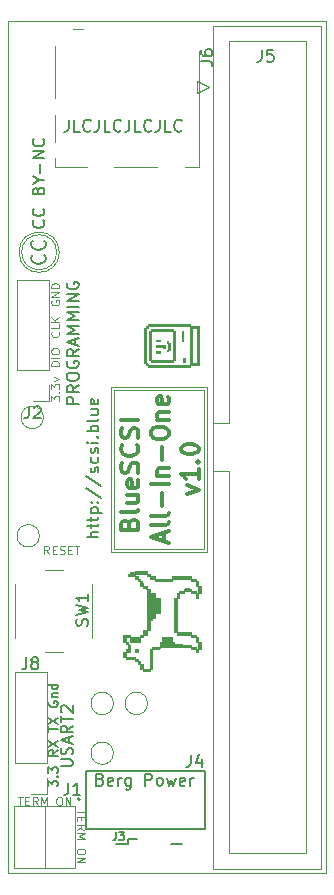
<source format=gbr>
%TF.GenerationSoftware,KiCad,Pcbnew,(5.1.9-16-g1737927814)-1*%
%TF.CreationDate,2021-07-07T15:11:54-05:00*%
%TF.ProjectId,bluepill_scsi,626c7565-7069-46c6-9c5f-736373692e6b,rev?*%
%TF.SameCoordinates,Original*%
%TF.FileFunction,Legend,Top*%
%TF.FilePolarity,Positive*%
%FSLAX46Y46*%
G04 Gerber Fmt 4.6, Leading zero omitted, Abs format (unit mm)*
G04 Created by KiCad (PCBNEW (5.1.9-16-g1737927814)-1) date 2021-07-07 15:11:54*
%MOMM*%
%LPD*%
G01*
G04 APERTURE LIST*
%ADD10C,0.150000*%
%ADD11C,0.100000*%
%ADD12C,0.120000*%
%ADD13C,0.200000*%
%TA.AperFunction,Profile*%
%ADD14C,0.050000*%
%TD*%
%ADD15C,0.300000*%
%ADD16C,0.010000*%
%ADD17C,0.127000*%
G04 APERTURE END LIST*
D10*
X91773952Y-84669380D02*
X91773952Y-85383666D01*
X91726333Y-85526523D01*
X91631095Y-85621761D01*
X91488238Y-85669380D01*
X91393000Y-85669380D01*
X92726333Y-85669380D02*
X92250142Y-85669380D01*
X92250142Y-84669380D01*
X93631095Y-85574142D02*
X93583476Y-85621761D01*
X93440619Y-85669380D01*
X93345380Y-85669380D01*
X93202523Y-85621761D01*
X93107285Y-85526523D01*
X93059666Y-85431285D01*
X93012047Y-85240809D01*
X93012047Y-85097952D01*
X93059666Y-84907476D01*
X93107285Y-84812238D01*
X93202523Y-84717000D01*
X93345380Y-84669380D01*
X93440619Y-84669380D01*
X93583476Y-84717000D01*
X93631095Y-84764619D01*
X94345380Y-84669380D02*
X94345380Y-85383666D01*
X94297761Y-85526523D01*
X94202523Y-85621761D01*
X94059666Y-85669380D01*
X93964428Y-85669380D01*
X95297761Y-85669380D02*
X94821571Y-85669380D01*
X94821571Y-84669380D01*
X96202523Y-85574142D02*
X96154904Y-85621761D01*
X96012047Y-85669380D01*
X95916809Y-85669380D01*
X95773952Y-85621761D01*
X95678714Y-85526523D01*
X95631095Y-85431285D01*
X95583476Y-85240809D01*
X95583476Y-85097952D01*
X95631095Y-84907476D01*
X95678714Y-84812238D01*
X95773952Y-84717000D01*
X95916809Y-84669380D01*
X96012047Y-84669380D01*
X96154904Y-84717000D01*
X96202523Y-84764619D01*
X96916809Y-84669380D02*
X96916809Y-85383666D01*
X96869190Y-85526523D01*
X96773952Y-85621761D01*
X96631095Y-85669380D01*
X96535857Y-85669380D01*
X97869190Y-85669380D02*
X97393000Y-85669380D01*
X97393000Y-84669380D01*
X98773952Y-85574142D02*
X98726333Y-85621761D01*
X98583476Y-85669380D01*
X98488238Y-85669380D01*
X98345380Y-85621761D01*
X98250142Y-85526523D01*
X98202523Y-85431285D01*
X98154904Y-85240809D01*
X98154904Y-85097952D01*
X98202523Y-84907476D01*
X98250142Y-84812238D01*
X98345380Y-84717000D01*
X98488238Y-84669380D01*
X98583476Y-84669380D01*
X98726333Y-84717000D01*
X98773952Y-84764619D01*
X99488238Y-84669380D02*
X99488238Y-85383666D01*
X99440619Y-85526523D01*
X99345380Y-85621761D01*
X99202523Y-85669380D01*
X99107285Y-85669380D01*
X100440619Y-85669380D02*
X99964428Y-85669380D01*
X99964428Y-84669380D01*
X101345380Y-85574142D02*
X101297761Y-85621761D01*
X101154904Y-85669380D01*
X101059666Y-85669380D01*
X100916809Y-85621761D01*
X100821571Y-85526523D01*
X100773952Y-85431285D01*
X100726333Y-85240809D01*
X100726333Y-85097952D01*
X100773952Y-84907476D01*
X100821571Y-84812238D01*
X100916809Y-84717000D01*
X101059666Y-84669380D01*
X101154904Y-84669380D01*
X101297761Y-84717000D01*
X101345380Y-84764619D01*
X94456714Y-140517571D02*
X94599571Y-140565190D01*
X94647190Y-140612809D01*
X94694809Y-140708047D01*
X94694809Y-140850904D01*
X94647190Y-140946142D01*
X94599571Y-140993761D01*
X94504333Y-141041380D01*
X94123380Y-141041380D01*
X94123380Y-140041380D01*
X94456714Y-140041380D01*
X94551952Y-140089000D01*
X94599571Y-140136619D01*
X94647190Y-140231857D01*
X94647190Y-140327095D01*
X94599571Y-140422333D01*
X94551952Y-140469952D01*
X94456714Y-140517571D01*
X94123380Y-140517571D01*
X95504333Y-140993761D02*
X95409095Y-141041380D01*
X95218619Y-141041380D01*
X95123380Y-140993761D01*
X95075761Y-140898523D01*
X95075761Y-140517571D01*
X95123380Y-140422333D01*
X95218619Y-140374714D01*
X95409095Y-140374714D01*
X95504333Y-140422333D01*
X95551952Y-140517571D01*
X95551952Y-140612809D01*
X95075761Y-140708047D01*
X95980523Y-141041380D02*
X95980523Y-140374714D01*
X95980523Y-140565190D02*
X96028142Y-140469952D01*
X96075761Y-140422333D01*
X96171000Y-140374714D01*
X96266238Y-140374714D01*
X97028142Y-140374714D02*
X97028142Y-141184238D01*
X96980523Y-141279476D01*
X96932904Y-141327095D01*
X96837666Y-141374714D01*
X96694809Y-141374714D01*
X96599571Y-141327095D01*
X97028142Y-140993761D02*
X96932904Y-141041380D01*
X96742428Y-141041380D01*
X96647190Y-140993761D01*
X96599571Y-140946142D01*
X96551952Y-140850904D01*
X96551952Y-140565190D01*
X96599571Y-140469952D01*
X96647190Y-140422333D01*
X96742428Y-140374714D01*
X96932904Y-140374714D01*
X97028142Y-140422333D01*
X98266238Y-141041380D02*
X98266238Y-140041380D01*
X98647190Y-140041380D01*
X98742428Y-140089000D01*
X98790047Y-140136619D01*
X98837666Y-140231857D01*
X98837666Y-140374714D01*
X98790047Y-140469952D01*
X98742428Y-140517571D01*
X98647190Y-140565190D01*
X98266238Y-140565190D01*
X99409095Y-141041380D02*
X99313857Y-140993761D01*
X99266238Y-140946142D01*
X99218619Y-140850904D01*
X99218619Y-140565190D01*
X99266238Y-140469952D01*
X99313857Y-140422333D01*
X99409095Y-140374714D01*
X99551952Y-140374714D01*
X99647190Y-140422333D01*
X99694809Y-140469952D01*
X99742428Y-140565190D01*
X99742428Y-140850904D01*
X99694809Y-140946142D01*
X99647190Y-140993761D01*
X99551952Y-141041380D01*
X99409095Y-141041380D01*
X100075761Y-140374714D02*
X100266238Y-141041380D01*
X100456714Y-140565190D01*
X100647190Y-141041380D01*
X100837666Y-140374714D01*
X101599571Y-140993761D02*
X101504333Y-141041380D01*
X101313857Y-141041380D01*
X101218619Y-140993761D01*
X101171000Y-140898523D01*
X101171000Y-140517571D01*
X101218619Y-140422333D01*
X101313857Y-140374714D01*
X101504333Y-140374714D01*
X101599571Y-140422333D01*
X101647190Y-140517571D01*
X101647190Y-140612809D01*
X101171000Y-140708047D01*
X102075761Y-141041380D02*
X102075761Y-140374714D01*
X102075761Y-140565190D02*
X102123380Y-140469952D01*
X102171000Y-140422333D01*
X102266238Y-140374714D01*
X102361476Y-140374714D01*
D11*
X87481693Y-142014146D02*
X87881693Y-142014146D01*
X87681693Y-142714146D02*
X87681693Y-142014146D01*
X88115026Y-142347480D02*
X88348360Y-142347480D01*
X88448360Y-142714146D02*
X88115026Y-142714146D01*
X88115026Y-142014146D01*
X88448360Y-142014146D01*
X89148360Y-142714146D02*
X88915026Y-142380813D01*
X88748360Y-142714146D02*
X88748360Y-142014146D01*
X89015026Y-142014146D01*
X89081693Y-142047480D01*
X89115026Y-142080813D01*
X89148360Y-142147480D01*
X89148360Y-142247480D01*
X89115026Y-142314146D01*
X89081693Y-142347480D01*
X89015026Y-142380813D01*
X88748360Y-142380813D01*
X89448360Y-142714146D02*
X89448360Y-142014146D01*
X89681693Y-142514146D01*
X89915026Y-142014146D01*
X89915026Y-142714146D01*
X90915026Y-142014146D02*
X91048360Y-142014146D01*
X91115026Y-142047480D01*
X91181693Y-142114146D01*
X91215026Y-142247480D01*
X91215026Y-142480813D01*
X91181693Y-142614146D01*
X91115026Y-142680813D01*
X91048360Y-142714146D01*
X90915026Y-142714146D01*
X90848360Y-142680813D01*
X90781693Y-142614146D01*
X90748360Y-142480813D01*
X90748360Y-142247480D01*
X90781693Y-142114146D01*
X90848360Y-142047480D01*
X90915026Y-142014146D01*
X91515026Y-142714146D02*
X91515026Y-142014146D01*
X91915026Y-142714146D01*
X91915026Y-142014146D01*
D10*
X92618820Y-108700247D02*
X91618820Y-108700247D01*
X91618820Y-108319295D01*
X91666440Y-108224057D01*
X91714059Y-108176438D01*
X91809297Y-108128819D01*
X91952154Y-108128819D01*
X92047392Y-108176438D01*
X92095011Y-108224057D01*
X92142630Y-108319295D01*
X92142630Y-108700247D01*
X92618820Y-107128819D02*
X92142630Y-107462152D01*
X92618820Y-107700247D02*
X91618820Y-107700247D01*
X91618820Y-107319295D01*
X91666440Y-107224057D01*
X91714059Y-107176438D01*
X91809297Y-107128819D01*
X91952154Y-107128819D01*
X92047392Y-107176438D01*
X92095011Y-107224057D01*
X92142630Y-107319295D01*
X92142630Y-107700247D01*
X91618820Y-106509771D02*
X91618820Y-106319295D01*
X91666440Y-106224057D01*
X91761678Y-106128819D01*
X91952154Y-106081200D01*
X92285487Y-106081200D01*
X92475963Y-106128819D01*
X92571201Y-106224057D01*
X92618820Y-106319295D01*
X92618820Y-106509771D01*
X92571201Y-106605009D01*
X92475963Y-106700247D01*
X92285487Y-106747866D01*
X91952154Y-106747866D01*
X91761678Y-106700247D01*
X91666440Y-106605009D01*
X91618820Y-106509771D01*
X91666440Y-105128819D02*
X91618820Y-105224057D01*
X91618820Y-105366914D01*
X91666440Y-105509771D01*
X91761678Y-105605009D01*
X91856916Y-105652628D01*
X92047392Y-105700247D01*
X92190249Y-105700247D01*
X92380725Y-105652628D01*
X92475963Y-105605009D01*
X92571201Y-105509771D01*
X92618820Y-105366914D01*
X92618820Y-105271676D01*
X92571201Y-105128819D01*
X92523582Y-105081200D01*
X92190249Y-105081200D01*
X92190249Y-105271676D01*
X92618820Y-104081200D02*
X92142630Y-104414533D01*
X92618820Y-104652628D02*
X91618820Y-104652628D01*
X91618820Y-104271676D01*
X91666440Y-104176438D01*
X91714059Y-104128819D01*
X91809297Y-104081200D01*
X91952154Y-104081200D01*
X92047392Y-104128819D01*
X92095011Y-104176438D01*
X92142630Y-104271676D01*
X92142630Y-104652628D01*
X92333106Y-103700247D02*
X92333106Y-103224057D01*
X92618820Y-103795485D02*
X91618820Y-103462152D01*
X92618820Y-103128819D01*
X92618820Y-102795485D02*
X91618820Y-102795485D01*
X92333106Y-102462152D01*
X91618820Y-102128819D01*
X92618820Y-102128819D01*
X92618820Y-101652628D02*
X91618820Y-101652628D01*
X92333106Y-101319295D01*
X91618820Y-100985961D01*
X92618820Y-100985961D01*
X92618820Y-100509771D02*
X91618820Y-100509771D01*
X92618820Y-100033580D02*
X91618820Y-100033580D01*
X92618820Y-99462152D01*
X91618820Y-99462152D01*
X91666440Y-98462152D02*
X91618820Y-98557390D01*
X91618820Y-98700247D01*
X91666440Y-98843104D01*
X91761678Y-98938342D01*
X91856916Y-98985961D01*
X92047392Y-99033580D01*
X92190249Y-99033580D01*
X92380725Y-98985961D01*
X92475963Y-98938342D01*
X92571201Y-98843104D01*
X92618820Y-98700247D01*
X92618820Y-98605009D01*
X92571201Y-98462152D01*
X92523582Y-98414533D01*
X92190249Y-98414533D01*
X92190249Y-98605009D01*
X89638142Y-93185857D02*
X89685761Y-93233476D01*
X89733380Y-93376333D01*
X89733380Y-93471571D01*
X89685761Y-93614428D01*
X89590523Y-93709666D01*
X89495285Y-93757285D01*
X89304809Y-93804904D01*
X89161952Y-93804904D01*
X88971476Y-93757285D01*
X88876238Y-93709666D01*
X88781000Y-93614428D01*
X88733380Y-93471571D01*
X88733380Y-93376333D01*
X88781000Y-93233476D01*
X88828619Y-93185857D01*
X89638142Y-92185857D02*
X89685761Y-92233476D01*
X89733380Y-92376333D01*
X89733380Y-92471571D01*
X89685761Y-92614428D01*
X89590523Y-92709666D01*
X89495285Y-92757285D01*
X89304809Y-92804904D01*
X89161952Y-92804904D01*
X88971476Y-92757285D01*
X88876238Y-92709666D01*
X88781000Y-92614428D01*
X88733380Y-92471571D01*
X88733380Y-92376333D01*
X88781000Y-92233476D01*
X88828619Y-92185857D01*
X89209571Y-90662047D02*
X89257190Y-90519190D01*
X89304809Y-90471571D01*
X89400047Y-90423952D01*
X89542904Y-90423952D01*
X89638142Y-90471571D01*
X89685761Y-90519190D01*
X89733380Y-90614428D01*
X89733380Y-90995380D01*
X88733380Y-90995380D01*
X88733380Y-90662047D01*
X88781000Y-90566809D01*
X88828619Y-90519190D01*
X88923857Y-90471571D01*
X89019095Y-90471571D01*
X89114333Y-90519190D01*
X89161952Y-90566809D01*
X89209571Y-90662047D01*
X89209571Y-90995380D01*
X89257190Y-89804904D02*
X89733380Y-89804904D01*
X88733380Y-90138238D02*
X89257190Y-89804904D01*
X88733380Y-89471571D01*
X89352428Y-89138238D02*
X89352428Y-88376333D01*
X89733380Y-87900142D02*
X88733380Y-87900142D01*
X89733380Y-87328714D01*
X88733380Y-87328714D01*
X89638142Y-86281095D02*
X89685761Y-86328714D01*
X89733380Y-86471571D01*
X89733380Y-86566809D01*
X89685761Y-86709666D01*
X89590523Y-86804904D01*
X89495285Y-86852523D01*
X89304809Y-86900142D01*
X89161952Y-86900142D01*
X88971476Y-86852523D01*
X88876238Y-86804904D01*
X88781000Y-86709666D01*
X88733380Y-86566809D01*
X88733380Y-86471571D01*
X88781000Y-86328714D01*
X88828619Y-86281095D01*
D12*
X90984884Y-95885000D02*
G75*
G03*
X90984884Y-95885000I-1703884J0D01*
G01*
X90762062Y-95885000D02*
G75*
G03*
X90762062Y-95885000I-1481062J0D01*
G01*
D13*
X89709571Y-96113571D02*
X89766714Y-96170714D01*
X89823857Y-96342142D01*
X89823857Y-96456428D01*
X89766714Y-96627857D01*
X89652428Y-96742142D01*
X89538142Y-96799285D01*
X89309571Y-96856428D01*
X89138142Y-96856428D01*
X88909571Y-96799285D01*
X88795285Y-96742142D01*
X88681000Y-96627857D01*
X88623857Y-96456428D01*
X88623857Y-96342142D01*
X88681000Y-96170714D01*
X88738142Y-96113571D01*
X89709571Y-94913571D02*
X89766714Y-94970714D01*
X89823857Y-95142142D01*
X89823857Y-95256428D01*
X89766714Y-95427857D01*
X89652428Y-95542142D01*
X89538142Y-95599285D01*
X89309571Y-95656428D01*
X89138142Y-95656428D01*
X88909571Y-95599285D01*
X88795285Y-95542142D01*
X88681000Y-95427857D01*
X88623857Y-95256428D01*
X88623857Y-95142142D01*
X88681000Y-94970714D01*
X88738142Y-94913571D01*
D10*
X94305380Y-120006333D02*
X93305380Y-120006333D01*
X94305380Y-119577761D02*
X93781571Y-119577761D01*
X93686333Y-119625380D01*
X93638714Y-119720619D01*
X93638714Y-119863476D01*
X93686333Y-119958714D01*
X93733952Y-120006333D01*
X93638714Y-119244428D02*
X93638714Y-118863476D01*
X93305380Y-119101571D02*
X94162523Y-119101571D01*
X94257761Y-119053952D01*
X94305380Y-118958714D01*
X94305380Y-118863476D01*
X93638714Y-118673000D02*
X93638714Y-118292047D01*
X93305380Y-118530142D02*
X94162523Y-118530142D01*
X94257761Y-118482523D01*
X94305380Y-118387285D01*
X94305380Y-118292047D01*
X93638714Y-117958714D02*
X94638714Y-117958714D01*
X93686333Y-117958714D02*
X93638714Y-117863476D01*
X93638714Y-117673000D01*
X93686333Y-117577761D01*
X93733952Y-117530142D01*
X93829190Y-117482523D01*
X94114904Y-117482523D01*
X94210142Y-117530142D01*
X94257761Y-117577761D01*
X94305380Y-117673000D01*
X94305380Y-117863476D01*
X94257761Y-117958714D01*
X94210142Y-117053952D02*
X94257761Y-117006333D01*
X94305380Y-117053952D01*
X94257761Y-117101571D01*
X94210142Y-117053952D01*
X94305380Y-117053952D01*
X93686333Y-117053952D02*
X93733952Y-117006333D01*
X93781571Y-117053952D01*
X93733952Y-117101571D01*
X93686333Y-117053952D01*
X93781571Y-117053952D01*
X93257761Y-115863476D02*
X94543476Y-116720619D01*
X93257761Y-114815857D02*
X94543476Y-115673000D01*
X94257761Y-114530142D02*
X94305380Y-114434904D01*
X94305380Y-114244428D01*
X94257761Y-114149190D01*
X94162523Y-114101571D01*
X94114904Y-114101571D01*
X94019666Y-114149190D01*
X93972047Y-114244428D01*
X93972047Y-114387285D01*
X93924428Y-114482523D01*
X93829190Y-114530142D01*
X93781571Y-114530142D01*
X93686333Y-114482523D01*
X93638714Y-114387285D01*
X93638714Y-114244428D01*
X93686333Y-114149190D01*
X94257761Y-113244428D02*
X94305380Y-113339666D01*
X94305380Y-113530142D01*
X94257761Y-113625380D01*
X94210142Y-113673000D01*
X94114904Y-113720619D01*
X93829190Y-113720619D01*
X93733952Y-113673000D01*
X93686333Y-113625380D01*
X93638714Y-113530142D01*
X93638714Y-113339666D01*
X93686333Y-113244428D01*
X94257761Y-112863476D02*
X94305380Y-112768238D01*
X94305380Y-112577761D01*
X94257761Y-112482523D01*
X94162523Y-112434904D01*
X94114904Y-112434904D01*
X94019666Y-112482523D01*
X93972047Y-112577761D01*
X93972047Y-112720619D01*
X93924428Y-112815857D01*
X93829190Y-112863476D01*
X93781571Y-112863476D01*
X93686333Y-112815857D01*
X93638714Y-112720619D01*
X93638714Y-112577761D01*
X93686333Y-112482523D01*
X94305380Y-112006333D02*
X93638714Y-112006333D01*
X93305380Y-112006333D02*
X93353000Y-112053952D01*
X93400619Y-112006333D01*
X93353000Y-111958714D01*
X93305380Y-112006333D01*
X93400619Y-112006333D01*
X94210142Y-111530142D02*
X94257761Y-111482523D01*
X94305380Y-111530142D01*
X94257761Y-111577761D01*
X94210142Y-111530142D01*
X94305380Y-111530142D01*
X94305380Y-111053952D02*
X93305380Y-111053952D01*
X93686333Y-111053952D02*
X93638714Y-110958714D01*
X93638714Y-110768238D01*
X93686333Y-110673000D01*
X93733952Y-110625380D01*
X93829190Y-110577761D01*
X94114904Y-110577761D01*
X94210142Y-110625380D01*
X94257761Y-110673000D01*
X94305380Y-110768238D01*
X94305380Y-110958714D01*
X94257761Y-111053952D01*
X94305380Y-110006333D02*
X94257761Y-110101571D01*
X94162523Y-110149190D01*
X93305380Y-110149190D01*
X93638714Y-109196809D02*
X94305380Y-109196809D01*
X93638714Y-109625380D02*
X94162523Y-109625380D01*
X94257761Y-109577761D01*
X94305380Y-109482523D01*
X94305380Y-109339666D01*
X94257761Y-109244428D01*
X94210142Y-109196809D01*
X94257761Y-108339666D02*
X94305380Y-108434904D01*
X94305380Y-108625380D01*
X94257761Y-108720619D01*
X94162523Y-108768238D01*
X93781571Y-108768238D01*
X93686333Y-108720619D01*
X93638714Y-108625380D01*
X93638714Y-108434904D01*
X93686333Y-108339666D01*
X93781571Y-108292047D01*
X93876809Y-108292047D01*
X93972047Y-108768238D01*
D12*
X95377000Y-107315000D02*
X95631000Y-107315000D01*
X95377000Y-121285000D02*
X95377000Y-107315000D01*
X103505000Y-121285000D02*
X95377000Y-121285000D01*
X103505000Y-107315000D02*
X103505000Y-121285000D01*
X95631000Y-107315000D02*
X103505000Y-107315000D01*
X95631000Y-121031000D02*
X95631000Y-107569000D01*
X103251000Y-121031000D02*
X95631000Y-121031000D01*
X103251000Y-107569000D02*
X103251000Y-121031000D01*
X95631000Y-107569000D02*
X103251000Y-107569000D01*
D11*
X93189853Y-143107693D02*
X93189853Y-143507693D01*
X92489853Y-143307693D02*
X93189853Y-143307693D01*
X92856520Y-143741026D02*
X92856520Y-143974360D01*
X92489853Y-144074360D02*
X92489853Y-143741026D01*
X93189853Y-143741026D01*
X93189853Y-144074360D01*
X92489853Y-144774360D02*
X92823186Y-144541026D01*
X92489853Y-144374360D02*
X93189853Y-144374360D01*
X93189853Y-144641026D01*
X93156520Y-144707693D01*
X93123186Y-144741026D01*
X93056520Y-144774360D01*
X92956520Y-144774360D01*
X92889853Y-144741026D01*
X92856520Y-144707693D01*
X92823186Y-144641026D01*
X92823186Y-144374360D01*
X92489853Y-145074360D02*
X93189853Y-145074360D01*
X92689853Y-145307693D01*
X93189853Y-145541026D01*
X92489853Y-145541026D01*
X93189853Y-146541026D02*
X93189853Y-146674360D01*
X93156520Y-146741026D01*
X93089853Y-146807693D01*
X92956520Y-146841026D01*
X92723186Y-146841026D01*
X92589853Y-146807693D01*
X92523186Y-146741026D01*
X92489853Y-146674360D01*
X92489853Y-146541026D01*
X92523186Y-146474360D01*
X92589853Y-146407693D01*
X92723186Y-146374360D01*
X92956520Y-146374360D01*
X93089853Y-146407693D01*
X93156520Y-146474360D01*
X93189853Y-146541026D01*
X92489853Y-147141026D02*
X93189853Y-147141026D01*
X92489853Y-147541026D01*
X93189853Y-147541026D01*
X90128693Y-121434026D02*
X89895360Y-121100693D01*
X89728693Y-121434026D02*
X89728693Y-120734026D01*
X89995360Y-120734026D01*
X90062026Y-120767360D01*
X90095360Y-120800693D01*
X90128693Y-120867360D01*
X90128693Y-120967360D01*
X90095360Y-121034026D01*
X90062026Y-121067360D01*
X89995360Y-121100693D01*
X89728693Y-121100693D01*
X90428693Y-121067360D02*
X90662026Y-121067360D01*
X90762026Y-121434026D02*
X90428693Y-121434026D01*
X90428693Y-120734026D01*
X90762026Y-120734026D01*
X91028693Y-121400693D02*
X91128693Y-121434026D01*
X91295360Y-121434026D01*
X91362026Y-121400693D01*
X91395360Y-121367360D01*
X91428693Y-121300693D01*
X91428693Y-121234026D01*
X91395360Y-121167360D01*
X91362026Y-121134026D01*
X91295360Y-121100693D01*
X91162026Y-121067360D01*
X91095360Y-121034026D01*
X91062026Y-121000693D01*
X91028693Y-120934026D01*
X91028693Y-120867360D01*
X91062026Y-120800693D01*
X91095360Y-120767360D01*
X91162026Y-120734026D01*
X91328693Y-120734026D01*
X91428693Y-120767360D01*
X91728693Y-121067360D02*
X91962026Y-121067360D01*
X92062026Y-121434026D02*
X91728693Y-121434026D01*
X91728693Y-120734026D01*
X92062026Y-120734026D01*
X92262026Y-120734026D02*
X92662026Y-120734026D01*
X92462026Y-121434026D02*
X92462026Y-120734026D01*
X90333080Y-99984493D02*
X90299746Y-100051160D01*
X90299746Y-100151160D01*
X90333080Y-100251160D01*
X90399746Y-100317826D01*
X90466413Y-100351160D01*
X90599746Y-100384493D01*
X90699746Y-100384493D01*
X90833080Y-100351160D01*
X90899746Y-100317826D01*
X90966413Y-100251160D01*
X90999746Y-100151160D01*
X90999746Y-100084493D01*
X90966413Y-99984493D01*
X90933080Y-99951160D01*
X90699746Y-99951160D01*
X90699746Y-100084493D01*
X90999746Y-99651160D02*
X90299746Y-99651160D01*
X90999746Y-99251160D01*
X90299746Y-99251160D01*
X90999746Y-98917826D02*
X90299746Y-98917826D01*
X90299746Y-98751160D01*
X90333080Y-98651160D01*
X90399746Y-98584493D01*
X90466413Y-98551160D01*
X90599746Y-98517826D01*
X90699746Y-98517826D01*
X90833080Y-98551160D01*
X90899746Y-98584493D01*
X90966413Y-98651160D01*
X90999746Y-98751160D01*
X90999746Y-98917826D01*
X90999746Y-105502093D02*
X90299746Y-105502093D01*
X90299746Y-105335427D01*
X90333080Y-105235427D01*
X90399746Y-105168760D01*
X90466413Y-105135427D01*
X90599746Y-105102093D01*
X90699746Y-105102093D01*
X90833080Y-105135427D01*
X90899746Y-105168760D01*
X90966413Y-105235427D01*
X90999746Y-105335427D01*
X90999746Y-105502093D01*
X90999746Y-104802093D02*
X90299746Y-104802093D01*
X90299746Y-104335427D02*
X90299746Y-104202093D01*
X90333080Y-104135427D01*
X90399746Y-104068760D01*
X90533080Y-104035427D01*
X90766413Y-104035427D01*
X90899746Y-104068760D01*
X90966413Y-104135427D01*
X90999746Y-104202093D01*
X90999746Y-104335427D01*
X90966413Y-104402093D01*
X90899746Y-104468760D01*
X90766413Y-104502093D01*
X90533080Y-104502093D01*
X90399746Y-104468760D01*
X90333080Y-104402093D01*
X90299746Y-104335427D01*
X90933080Y-102626626D02*
X90966413Y-102659960D01*
X90999746Y-102759960D01*
X90999746Y-102826626D01*
X90966413Y-102926626D01*
X90899746Y-102993293D01*
X90833080Y-103026626D01*
X90699746Y-103059960D01*
X90599746Y-103059960D01*
X90466413Y-103026626D01*
X90399746Y-102993293D01*
X90333080Y-102926626D01*
X90299746Y-102826626D01*
X90299746Y-102759960D01*
X90333080Y-102659960D01*
X90366413Y-102626626D01*
X90999746Y-101993293D02*
X90999746Y-102326626D01*
X90299746Y-102326626D01*
X90999746Y-101759960D02*
X90299746Y-101759960D01*
X90999746Y-101359960D02*
X90599746Y-101659960D01*
X90299746Y-101359960D02*
X90699746Y-101759960D01*
X90299746Y-108477560D02*
X90299746Y-108044226D01*
X90566413Y-108277560D01*
X90566413Y-108177560D01*
X90599746Y-108110893D01*
X90633080Y-108077560D01*
X90699746Y-108044226D01*
X90866413Y-108044226D01*
X90933080Y-108077560D01*
X90966413Y-108110893D01*
X90999746Y-108177560D01*
X90999746Y-108377560D01*
X90966413Y-108444226D01*
X90933080Y-108477560D01*
X90933080Y-107744226D02*
X90966413Y-107710893D01*
X90999746Y-107744226D01*
X90966413Y-107777560D01*
X90933080Y-107744226D01*
X90999746Y-107744226D01*
X90299746Y-107477560D02*
X90299746Y-107044226D01*
X90566413Y-107277560D01*
X90566413Y-107177560D01*
X90599746Y-107110893D01*
X90633080Y-107077560D01*
X90699746Y-107044226D01*
X90866413Y-107044226D01*
X90933080Y-107077560D01*
X90966413Y-107110893D01*
X90999746Y-107177560D01*
X90999746Y-107377560D01*
X90966413Y-107444226D01*
X90933080Y-107477560D01*
X90533080Y-106810893D02*
X90999746Y-106644226D01*
X90533080Y-106477560D01*
D10*
X91110820Y-139402819D02*
X91920344Y-139402819D01*
X92015582Y-139355200D01*
X92063201Y-139307580D01*
X92110820Y-139212342D01*
X92110820Y-139021866D01*
X92063201Y-138926628D01*
X92015582Y-138879009D01*
X91920344Y-138831390D01*
X91110820Y-138831390D01*
X92063201Y-138402819D02*
X92110820Y-138259961D01*
X92110820Y-138021866D01*
X92063201Y-137926628D01*
X92015582Y-137879009D01*
X91920344Y-137831390D01*
X91825106Y-137831390D01*
X91729868Y-137879009D01*
X91682249Y-137926628D01*
X91634630Y-138021866D01*
X91587011Y-138212342D01*
X91539392Y-138307580D01*
X91491773Y-138355200D01*
X91396535Y-138402819D01*
X91301297Y-138402819D01*
X91206059Y-138355200D01*
X91158440Y-138307580D01*
X91110820Y-138212342D01*
X91110820Y-137974247D01*
X91158440Y-137831390D01*
X91825106Y-137450438D02*
X91825106Y-136974247D01*
X92110820Y-137545676D02*
X91110820Y-137212342D01*
X92110820Y-136879009D01*
X92110820Y-135974247D02*
X91634630Y-136307580D01*
X92110820Y-136545676D02*
X91110820Y-136545676D01*
X91110820Y-136164723D01*
X91158440Y-136069485D01*
X91206059Y-136021866D01*
X91301297Y-135974247D01*
X91444154Y-135974247D01*
X91539392Y-136021866D01*
X91587011Y-136069485D01*
X91634630Y-136164723D01*
X91634630Y-136545676D01*
X91110820Y-135688533D02*
X91110820Y-135117104D01*
X92110820Y-135402819D02*
X91110820Y-135402819D01*
X91206059Y-134831390D02*
X91158440Y-134783771D01*
X91110820Y-134688533D01*
X91110820Y-134450438D01*
X91158440Y-134355200D01*
X91206059Y-134307580D01*
X91301297Y-134259961D01*
X91396535Y-134259961D01*
X91539392Y-134307580D01*
X92110820Y-134879009D01*
X92110820Y-134259961D01*
D14*
X113538000Y-148475700D02*
X86664800Y-148475700D01*
D10*
X90072264Y-141116777D02*
X90072264Y-140621539D01*
X90377026Y-140888205D01*
X90377026Y-140773920D01*
X90415121Y-140697729D01*
X90453217Y-140659634D01*
X90529407Y-140621539D01*
X90719883Y-140621539D01*
X90796074Y-140659634D01*
X90834169Y-140697729D01*
X90872264Y-140773920D01*
X90872264Y-141002491D01*
X90834169Y-141078681D01*
X90796074Y-141116777D01*
X90796074Y-140278681D02*
X90834169Y-140240586D01*
X90872264Y-140278681D01*
X90834169Y-140316777D01*
X90796074Y-140278681D01*
X90872264Y-140278681D01*
X90072264Y-139973920D02*
X90072264Y-139478681D01*
X90377026Y-139745348D01*
X90377026Y-139631062D01*
X90415121Y-139554872D01*
X90453217Y-139516777D01*
X90529407Y-139478681D01*
X90719883Y-139478681D01*
X90796074Y-139516777D01*
X90834169Y-139554872D01*
X90872264Y-139631062D01*
X90872264Y-139859634D01*
X90834169Y-139935824D01*
X90796074Y-139973920D01*
X90872264Y-138069158D02*
X90491312Y-138335824D01*
X90872264Y-138526300D02*
X90072264Y-138526300D01*
X90072264Y-138221539D01*
X90110360Y-138145348D01*
X90148455Y-138107253D01*
X90224645Y-138069158D01*
X90338931Y-138069158D01*
X90415121Y-138107253D01*
X90453217Y-138145348D01*
X90491312Y-138221539D01*
X90491312Y-138526300D01*
X90072264Y-137802491D02*
X90872264Y-137269158D01*
X90072264Y-137269158D02*
X90872264Y-137802491D01*
X90072264Y-136469158D02*
X90072264Y-136012015D01*
X90872264Y-136240586D02*
X90072264Y-136240586D01*
X90072264Y-135821539D02*
X90872264Y-135288205D01*
X90072264Y-135288205D02*
X90872264Y-135821539D01*
X90110360Y-133954872D02*
X90072264Y-134031062D01*
X90072264Y-134145348D01*
X90110360Y-134259634D01*
X90186550Y-134335824D01*
X90262740Y-134373920D01*
X90415121Y-134412015D01*
X90529407Y-134412015D01*
X90681788Y-134373920D01*
X90757979Y-134335824D01*
X90834169Y-134259634D01*
X90872264Y-134145348D01*
X90872264Y-134069158D01*
X90834169Y-133954872D01*
X90796074Y-133916777D01*
X90529407Y-133916777D01*
X90529407Y-134069158D01*
X90338931Y-133573920D02*
X90872264Y-133573920D01*
X90415121Y-133573920D02*
X90377026Y-133535824D01*
X90338931Y-133459634D01*
X90338931Y-133345348D01*
X90377026Y-133269158D01*
X90453217Y-133231062D01*
X90872264Y-133231062D01*
X90872264Y-132507253D02*
X90072264Y-132507253D01*
X90834169Y-132507253D02*
X90872264Y-132583443D01*
X90872264Y-132735824D01*
X90834169Y-132812015D01*
X90796074Y-132850110D01*
X90719883Y-132888205D01*
X90491312Y-132888205D01*
X90415121Y-132850110D01*
X90377026Y-132812015D01*
X90338931Y-132735824D01*
X90338931Y-132583443D01*
X90377026Y-132507253D01*
D14*
X113538000Y-76314300D02*
X86664800Y-76314300D01*
X113538000Y-148475700D02*
X113538000Y-76314300D01*
X86664800Y-148475700D02*
X86664800Y-76314300D01*
D15*
X96905777Y-118907605D02*
X96977205Y-118693320D01*
X97048634Y-118621891D01*
X97191491Y-118550462D01*
X97405777Y-118550462D01*
X97548634Y-118621891D01*
X97620062Y-118693320D01*
X97691491Y-118836177D01*
X97691491Y-119407605D01*
X96191491Y-119407605D01*
X96191491Y-118907605D01*
X96262920Y-118764748D01*
X96334348Y-118693320D01*
X96477205Y-118621891D01*
X96620062Y-118621891D01*
X96762920Y-118693320D01*
X96834348Y-118764748D01*
X96905777Y-118907605D01*
X96905777Y-119407605D01*
X97691491Y-117693320D02*
X97620062Y-117836177D01*
X97477205Y-117907605D01*
X96191491Y-117907605D01*
X96691491Y-116479034D02*
X97691491Y-116479034D01*
X96691491Y-117121891D02*
X97477205Y-117121891D01*
X97620062Y-117050462D01*
X97691491Y-116907605D01*
X97691491Y-116693320D01*
X97620062Y-116550462D01*
X97548634Y-116479034D01*
X97620062Y-115193320D02*
X97691491Y-115336177D01*
X97691491Y-115621891D01*
X97620062Y-115764748D01*
X97477205Y-115836177D01*
X96905777Y-115836177D01*
X96762920Y-115764748D01*
X96691491Y-115621891D01*
X96691491Y-115336177D01*
X96762920Y-115193320D01*
X96905777Y-115121891D01*
X97048634Y-115121891D01*
X97191491Y-115836177D01*
X97620062Y-114550462D02*
X97691491Y-114336177D01*
X97691491Y-113979034D01*
X97620062Y-113836177D01*
X97548634Y-113764748D01*
X97405777Y-113693320D01*
X97262920Y-113693320D01*
X97120062Y-113764748D01*
X97048634Y-113836177D01*
X96977205Y-113979034D01*
X96905777Y-114264748D01*
X96834348Y-114407605D01*
X96762920Y-114479034D01*
X96620062Y-114550462D01*
X96477205Y-114550462D01*
X96334348Y-114479034D01*
X96262920Y-114407605D01*
X96191491Y-114264748D01*
X96191491Y-113907605D01*
X96262920Y-113693320D01*
X97548634Y-112193320D02*
X97620062Y-112264748D01*
X97691491Y-112479034D01*
X97691491Y-112621891D01*
X97620062Y-112836177D01*
X97477205Y-112979034D01*
X97334348Y-113050462D01*
X97048634Y-113121891D01*
X96834348Y-113121891D01*
X96548634Y-113050462D01*
X96405777Y-112979034D01*
X96262920Y-112836177D01*
X96191491Y-112621891D01*
X96191491Y-112479034D01*
X96262920Y-112264748D01*
X96334348Y-112193320D01*
X97620062Y-111621891D02*
X97691491Y-111407605D01*
X97691491Y-111050462D01*
X97620062Y-110907605D01*
X97548634Y-110836177D01*
X97405777Y-110764748D01*
X97262920Y-110764748D01*
X97120062Y-110836177D01*
X97048634Y-110907605D01*
X96977205Y-111050462D01*
X96905777Y-111336177D01*
X96834348Y-111479034D01*
X96762920Y-111550462D01*
X96620062Y-111621891D01*
X96477205Y-111621891D01*
X96334348Y-111550462D01*
X96262920Y-111479034D01*
X96191491Y-111336177D01*
X96191491Y-110979034D01*
X96262920Y-110764748D01*
X97691491Y-110121891D02*
X96191491Y-110121891D01*
X99812920Y-120336177D02*
X99812920Y-119621891D01*
X100241491Y-120479034D02*
X98741491Y-119979034D01*
X100241491Y-119479034D01*
X100241491Y-118764748D02*
X100170062Y-118907605D01*
X100027205Y-118979034D01*
X98741491Y-118979034D01*
X100241491Y-117979034D02*
X100170062Y-118121891D01*
X100027205Y-118193320D01*
X98741491Y-118193320D01*
X99670062Y-117407605D02*
X99670062Y-116264748D01*
X100241491Y-115550462D02*
X98741491Y-115550462D01*
X99241491Y-114836177D02*
X100241491Y-114836177D01*
X99384348Y-114836177D02*
X99312920Y-114764748D01*
X99241491Y-114621891D01*
X99241491Y-114407605D01*
X99312920Y-114264748D01*
X99455777Y-114193320D01*
X100241491Y-114193320D01*
X99670062Y-113479034D02*
X99670062Y-112336177D01*
X98741491Y-111336177D02*
X98741491Y-111050462D01*
X98812920Y-110907605D01*
X98955777Y-110764748D01*
X99241491Y-110693320D01*
X99741491Y-110693320D01*
X100027205Y-110764748D01*
X100170062Y-110907605D01*
X100241491Y-111050462D01*
X100241491Y-111336177D01*
X100170062Y-111479034D01*
X100027205Y-111621891D01*
X99741491Y-111693320D01*
X99241491Y-111693320D01*
X98955777Y-111621891D01*
X98812920Y-111479034D01*
X98741491Y-111336177D01*
X99241491Y-110050462D02*
X100241491Y-110050462D01*
X99384348Y-110050462D02*
X99312920Y-109979034D01*
X99241491Y-109836177D01*
X99241491Y-109621891D01*
X99312920Y-109479034D01*
X99455777Y-109407605D01*
X100241491Y-109407605D01*
X100170062Y-108121891D02*
X100241491Y-108264748D01*
X100241491Y-108550462D01*
X100170062Y-108693320D01*
X100027205Y-108764748D01*
X99455777Y-108764748D01*
X99312920Y-108693320D01*
X99241491Y-108550462D01*
X99241491Y-108264748D01*
X99312920Y-108121891D01*
X99455777Y-108050462D01*
X99598634Y-108050462D01*
X99741491Y-108764748D01*
X101791491Y-116336177D02*
X102791491Y-115979034D01*
X101791491Y-115621891D01*
X102791491Y-114264748D02*
X102791491Y-115121891D01*
X102791491Y-114693320D02*
X101291491Y-114693320D01*
X101505777Y-114836177D01*
X101648634Y-114979034D01*
X101720062Y-115121891D01*
X102648634Y-113621891D02*
X102720062Y-113550462D01*
X102791491Y-113621891D01*
X102720062Y-113693320D01*
X102648634Y-113621891D01*
X102791491Y-113621891D01*
X101291491Y-112621891D02*
X101291491Y-112479034D01*
X101362920Y-112336177D01*
X101434348Y-112264748D01*
X101577205Y-112193320D01*
X101862920Y-112121891D01*
X102220062Y-112121891D01*
X102505777Y-112193320D01*
X102648634Y-112264748D01*
X102720062Y-112336177D01*
X102791491Y-112479034D01*
X102791491Y-112621891D01*
X102720062Y-112764748D01*
X102648634Y-112836177D01*
X102505777Y-112907605D01*
X102220062Y-112979034D01*
X101862920Y-112979034D01*
X101577205Y-112907605D01*
X101434348Y-112836177D01*
X101362920Y-112764748D01*
X101291491Y-112621891D01*
D16*
%TO.C,G\u002A\u002A\u002A*%
G36*
X97425934Y-123130734D02*
G01*
X97425934Y-123333934D01*
X97629134Y-123333934D01*
X97629134Y-123518584D01*
X97734967Y-123523625D01*
X97840801Y-123528667D01*
X97845853Y-123625177D01*
X97850906Y-123721687D01*
X97938987Y-123726777D01*
X98027067Y-123731867D01*
X98031822Y-123939300D01*
X98036576Y-124146734D01*
X98441934Y-124146734D01*
X98441872Y-124358400D01*
X98653601Y-124358400D01*
X98658371Y-124557367D01*
X98663142Y-124756334D01*
X99050491Y-124756334D01*
X99060001Y-125171200D01*
X99267434Y-125175955D01*
X99474867Y-125180709D01*
X99474867Y-126415800D01*
X99051534Y-126415800D01*
X99051534Y-126839133D01*
X98865267Y-126839133D01*
X98865267Y-127025400D01*
X98662067Y-127025400D01*
X98662067Y-127855134D01*
X98442092Y-127855134D01*
X98437780Y-126106767D01*
X98433467Y-124358400D01*
X98234500Y-124353629D01*
X98035534Y-124348859D01*
X98035534Y-124146734D01*
X97849267Y-124146734D01*
X97849267Y-123723400D01*
X97629134Y-123723400D01*
X97629134Y-123520200D01*
X97425934Y-123520200D01*
X97425934Y-123334681D01*
X96790934Y-123325467D01*
X96785880Y-123228929D01*
X96780827Y-123132392D01*
X96887480Y-123127329D01*
X96994134Y-123122267D01*
X97002601Y-123020667D01*
X97011067Y-122919067D01*
X97726501Y-122914650D01*
X98441934Y-122910233D01*
X98441934Y-123130734D01*
X97425934Y-123130734D01*
G37*
X97425934Y-123130734D02*
X97425934Y-123333934D01*
X97629134Y-123333934D01*
X97629134Y-123518584D01*
X97734967Y-123523625D01*
X97840801Y-123528667D01*
X97845853Y-123625177D01*
X97850906Y-123721687D01*
X97938987Y-123726777D01*
X98027067Y-123731867D01*
X98031822Y-123939300D01*
X98036576Y-124146734D01*
X98441934Y-124146734D01*
X98441872Y-124358400D01*
X98653601Y-124358400D01*
X98658371Y-124557367D01*
X98663142Y-124756334D01*
X99050491Y-124756334D01*
X99060001Y-125171200D01*
X99267434Y-125175955D01*
X99474867Y-125180709D01*
X99474867Y-126415800D01*
X99051534Y-126415800D01*
X99051534Y-126839133D01*
X98865267Y-126839133D01*
X98865267Y-127025400D01*
X98662067Y-127025400D01*
X98662067Y-127855134D01*
X98442092Y-127855134D01*
X98437780Y-126106767D01*
X98433467Y-124358400D01*
X98234500Y-124353629D01*
X98035534Y-124348859D01*
X98035534Y-124146734D01*
X97849267Y-124146734D01*
X97849267Y-123723400D01*
X97629134Y-123723400D01*
X97629134Y-123520200D01*
X97425934Y-123520200D01*
X97425934Y-123334681D01*
X96790934Y-123325467D01*
X96785880Y-123228929D01*
X96780827Y-123132392D01*
X96887480Y-123127329D01*
X96994134Y-123122267D01*
X97002601Y-123020667D01*
X97011067Y-122919067D01*
X97726501Y-122914650D01*
X98441934Y-122910233D01*
X98441934Y-123130734D01*
X97425934Y-123130734D01*
G36*
X96782467Y-128888067D02*
G01*
X96782467Y-129089651D01*
X96888300Y-129094692D01*
X96994134Y-129099733D01*
X97003382Y-129700867D01*
X96596201Y-129700867D01*
X96596201Y-129497667D01*
X96782467Y-129497667D01*
X96782467Y-129091267D01*
X96596201Y-129091267D01*
X96596201Y-128888067D01*
X96782467Y-128888067D01*
G37*
X96782467Y-128888067D02*
X96782467Y-129089651D01*
X96888300Y-129094692D01*
X96994134Y-129099733D01*
X97003382Y-129700867D01*
X96596201Y-129700867D01*
X96596201Y-129497667D01*
X96782467Y-129497667D01*
X96782467Y-129091267D01*
X96596201Y-129091267D01*
X96596201Y-128888067D01*
X96782467Y-128888067D01*
G36*
X97629134Y-130733800D02*
G01*
X97629196Y-130522134D01*
X97425934Y-130533608D01*
X97425934Y-130310467D01*
X96596201Y-130310467D01*
X96596201Y-130124200D01*
X96393001Y-130124200D01*
X96393001Y-129700867D01*
X96596201Y-129700867D01*
X96596201Y-130123598D01*
X97006834Y-130128132D01*
X97417467Y-130132667D01*
X97422585Y-130221567D01*
X97427704Y-130310467D01*
X97627518Y-130310467D01*
X97632559Y-130416300D01*
X97637601Y-130522134D01*
X97849267Y-130532216D01*
X97849267Y-130733800D01*
X97629134Y-130733800D01*
G37*
X97629134Y-130733800D02*
X97629196Y-130522134D01*
X97425934Y-130533608D01*
X97425934Y-130310467D01*
X96596201Y-130310467D01*
X96596201Y-130124200D01*
X96393001Y-130124200D01*
X96393001Y-129700867D01*
X96596201Y-129700867D01*
X96596201Y-130123598D01*
X97006834Y-130128132D01*
X97417467Y-130132667D01*
X97422585Y-130221567D01*
X97427704Y-130310467D01*
X97627518Y-130310467D01*
X97632559Y-130416300D01*
X97637601Y-130522134D01*
X97849267Y-130532216D01*
X97849267Y-130733800D01*
X97629134Y-130733800D01*
G36*
X102167267Y-124756334D02*
G01*
X102167267Y-124570067D01*
X101523801Y-124570067D01*
X101524060Y-124481167D01*
X101526687Y-124426396D01*
X101533114Y-124384244D01*
X101538008Y-124370697D01*
X101551604Y-124362635D01*
X101582999Y-124357063D01*
X101635950Y-124353782D01*
X101714218Y-124352591D01*
X101821561Y-124353289D01*
X101855249Y-124353764D01*
X102158801Y-124358400D01*
X102163842Y-124464234D01*
X102168883Y-124570067D01*
X102556734Y-124570067D01*
X102556734Y-124756334D01*
X102167267Y-124756334D01*
G37*
X102167267Y-124756334D02*
X102167267Y-124570067D01*
X101523801Y-124570067D01*
X101524060Y-124481167D01*
X101526687Y-124426396D01*
X101533114Y-124384244D01*
X101538008Y-124370697D01*
X101551604Y-124362635D01*
X101582999Y-124357063D01*
X101635950Y-124353782D01*
X101714218Y-124352591D01*
X101821561Y-124353289D01*
X101855249Y-124353764D01*
X102158801Y-124358400D01*
X102163842Y-124464234D01*
X102168883Y-124570067D01*
X102556734Y-124570067D01*
X102556734Y-124756334D01*
X102167267Y-124756334D01*
G36*
X102759934Y-123723400D02*
G01*
X102759934Y-124145117D01*
X102865767Y-124150159D01*
X102971600Y-124155200D01*
X102971600Y-124747867D01*
X102865767Y-124752908D01*
X102759934Y-124757950D01*
X102759934Y-125179667D01*
X102556734Y-125179667D01*
X102556734Y-124756334D01*
X102759934Y-124756334D01*
X102759934Y-124146734D01*
X102556734Y-124146734D01*
X102556734Y-123723400D01*
X102759934Y-123723400D01*
G37*
X102759934Y-123723400D02*
X102759934Y-124145117D01*
X102865767Y-124150159D01*
X102971600Y-124155200D01*
X102971600Y-124747867D01*
X102865767Y-124752908D01*
X102759934Y-124757950D01*
X102759934Y-125179667D01*
X102556734Y-125179667D01*
X102556734Y-124756334D01*
X102759934Y-124756334D01*
X102759934Y-124146734D01*
X102556734Y-124146734D01*
X102556734Y-123723400D01*
X102759934Y-123723400D01*
G36*
X102556734Y-123520200D02*
G01*
X102556734Y-123723400D01*
X102167267Y-123723400D01*
X102167267Y-123520200D01*
X102556734Y-123520200D01*
G37*
X102556734Y-123520200D02*
X102556734Y-123723400D01*
X102167267Y-123723400D01*
X102167267Y-123520200D01*
X102556734Y-123520200D01*
G36*
X100507800Y-123333934D02*
G01*
X102167267Y-123333934D01*
X102167267Y-123520200D01*
X100507800Y-123520200D01*
X100507800Y-123333934D01*
G37*
X100507800Y-123333934D02*
X102167267Y-123333934D01*
X102167267Y-123520200D01*
X100507800Y-123520200D01*
X100507800Y-123333934D01*
G36*
X100507800Y-123520200D02*
G01*
X100507800Y-123723400D01*
X99051534Y-123723400D01*
X99051534Y-123520200D01*
X100507800Y-123520200D01*
G37*
X100507800Y-123520200D02*
X100507800Y-123723400D01*
X99051534Y-123723400D01*
X99051534Y-123520200D01*
X100507800Y-123520200D01*
G36*
X99051534Y-123333934D02*
G01*
X99051534Y-123520200D01*
X98662067Y-123520200D01*
X98662067Y-123333934D01*
X99051534Y-123333934D01*
G37*
X99051534Y-123333934D02*
X99051534Y-123520200D01*
X98662067Y-123520200D01*
X98662067Y-123333934D01*
X99051534Y-123333934D01*
G36*
X98662067Y-123130734D02*
G01*
X98662067Y-123333934D01*
X98441934Y-123333934D01*
X98441934Y-123130734D01*
X98662067Y-123130734D01*
G37*
X98662067Y-123130734D02*
X98662067Y-123333934D01*
X98441934Y-123333934D01*
X98441934Y-123130734D01*
X98662067Y-123130734D01*
G36*
X98035534Y-127855134D02*
G01*
X98441934Y-127855134D01*
X98441934Y-128261533D01*
X98035534Y-128261533D01*
X98035534Y-127855134D01*
G37*
X98035534Y-127855134D02*
X98441934Y-127855134D01*
X98441934Y-128261533D01*
X98035534Y-128261533D01*
X98035534Y-127855134D01*
G36*
X100914201Y-128261533D02*
G01*
X100914201Y-128060024D01*
X100816834Y-128054945D01*
X100719467Y-128049867D01*
X100710809Y-125179667D01*
X100913158Y-125179667D01*
X100917913Y-124972233D01*
X100922667Y-124764800D01*
X101028501Y-124759759D01*
X101134334Y-124754717D01*
X101134334Y-124570067D01*
X101523801Y-124570067D01*
X101523801Y-124756334D01*
X101134334Y-124756334D01*
X101134334Y-125179667D01*
X100914201Y-125179667D01*
X100914201Y-128058334D01*
X102167267Y-128058334D01*
X102167267Y-128261533D01*
X100914201Y-128261533D01*
G37*
X100914201Y-128261533D02*
X100914201Y-128060024D01*
X100816834Y-128054945D01*
X100719467Y-128049867D01*
X100710809Y-125179667D01*
X100913158Y-125179667D01*
X100917913Y-124972233D01*
X100922667Y-124764800D01*
X101028501Y-124759759D01*
X101134334Y-124754717D01*
X101134334Y-124570067D01*
X101523801Y-124570067D01*
X101523801Y-124756334D01*
X101134334Y-124756334D01*
X101134334Y-125179667D01*
X100914201Y-125179667D01*
X100914201Y-128058334D01*
X102167267Y-128058334D01*
X102167267Y-128261533D01*
X100914201Y-128261533D01*
G36*
X102167267Y-128464733D02*
G01*
X102167267Y-128261533D01*
X102556734Y-128261533D01*
X102556734Y-128464733D01*
X102167267Y-128464733D01*
G37*
X102167267Y-128464733D02*
X102167267Y-128261533D01*
X102556734Y-128261533D01*
X102556734Y-128464733D01*
X102167267Y-128464733D01*
G36*
X102759934Y-128888067D02*
G01*
X102556734Y-128888067D01*
X102556734Y-128464733D01*
X102759934Y-128464733D01*
X102759934Y-128886451D01*
X102971600Y-128896533D01*
X102976220Y-129185425D01*
X102977087Y-129281113D01*
X102976587Y-129364804D01*
X102974857Y-129430713D01*
X102972033Y-129473055D01*
X102969164Y-129485992D01*
X102947101Y-129492298D01*
X102902102Y-129496537D01*
X102858712Y-129497667D01*
X102759934Y-129497667D01*
X102759934Y-128888067D01*
G37*
X102759934Y-128888067D02*
X102556734Y-128888067D01*
X102556734Y-128464733D01*
X102759934Y-128464733D01*
X102759934Y-128886451D01*
X102971600Y-128896533D01*
X102976220Y-129185425D01*
X102977087Y-129281113D01*
X102976587Y-129364804D01*
X102974857Y-129430713D01*
X102972033Y-129473055D01*
X102969164Y-129485992D01*
X102947101Y-129492298D01*
X102902102Y-129496537D01*
X102858712Y-129497667D01*
X102759934Y-129497667D01*
X102759934Y-128888067D01*
G36*
X102759934Y-129497667D02*
G01*
X102759934Y-129700867D01*
X102556734Y-129700867D01*
X102556734Y-129497667D01*
X102759934Y-129497667D01*
G37*
X102759934Y-129497667D02*
X102759934Y-129700867D01*
X102556734Y-129700867D01*
X102556734Y-129497667D01*
X102759934Y-129497667D01*
G36*
X98662067Y-129497667D02*
G01*
X98863651Y-129497667D01*
X98868692Y-129391834D01*
X98873734Y-129286000D01*
X99174301Y-129281376D01*
X99474867Y-129276752D01*
X99474867Y-128889683D01*
X99580701Y-128884642D01*
X99686534Y-128879600D01*
X99691288Y-128672167D01*
X99696043Y-128464733D01*
X100507800Y-128464733D01*
X100507800Y-128888067D01*
X100711001Y-128888067D01*
X100711001Y-129090903D01*
X102158801Y-129099733D01*
X102163919Y-129188633D01*
X102169037Y-129277534D01*
X102556734Y-129277534D01*
X102556734Y-129497667D01*
X102167267Y-129497667D01*
X102167267Y-129277534D01*
X99476483Y-129277534D01*
X99466401Y-129489200D01*
X98865267Y-129498448D01*
X98865267Y-131157133D01*
X98662067Y-131157133D01*
X98662067Y-129497667D01*
G37*
X98662067Y-129497667D02*
X98863651Y-129497667D01*
X98868692Y-129391834D01*
X98873734Y-129286000D01*
X99174301Y-129281376D01*
X99474867Y-129276752D01*
X99474867Y-128889683D01*
X99580701Y-128884642D01*
X99686534Y-128879600D01*
X99691288Y-128672167D01*
X99696043Y-128464733D01*
X100507800Y-128464733D01*
X100507800Y-128888067D01*
X100711001Y-128888067D01*
X100711001Y-129090903D01*
X102158801Y-129099733D01*
X102163919Y-129188633D01*
X102169037Y-129277534D01*
X102556734Y-129277534D01*
X102556734Y-129497667D01*
X102167267Y-129497667D01*
X102167267Y-129277534D01*
X99476483Y-129277534D01*
X99466401Y-129489200D01*
X98865267Y-129498448D01*
X98865267Y-131157133D01*
X98662067Y-131157133D01*
X98662067Y-129497667D01*
G36*
X98662067Y-131157133D02*
G01*
X98662067Y-131360333D01*
X98035534Y-131360333D01*
X98035534Y-131157133D01*
X98662067Y-131157133D01*
G37*
X98662067Y-131157133D02*
X98662067Y-131360333D01*
X98035534Y-131360333D01*
X98035534Y-131157133D01*
X98662067Y-131157133D01*
G36*
X98035534Y-130733800D02*
G01*
X98035534Y-131157133D01*
X97849267Y-131157133D01*
X97849267Y-130733800D01*
X98035534Y-130733800D01*
G37*
X98035534Y-130733800D02*
X98035534Y-131157133D01*
X97849267Y-131157133D01*
X97849267Y-130733800D01*
X98035534Y-130733800D01*
G36*
X96596201Y-128464733D02*
G01*
X96596201Y-128888067D01*
X96393001Y-128888067D01*
X96393001Y-128261533D01*
X97002601Y-128261533D01*
X97002601Y-128464733D01*
X96596201Y-128464733D01*
G37*
X96596201Y-128464733D02*
X96596201Y-128888067D01*
X96393001Y-128888067D01*
X96393001Y-128261533D01*
X97002601Y-128261533D01*
X97002601Y-128464733D01*
X96596201Y-128464733D01*
G36*
X98035534Y-128464733D02*
G01*
X97850310Y-128464733D01*
X97845555Y-128672167D01*
X97840801Y-128879600D01*
X97421700Y-128884129D01*
X97002601Y-128888658D01*
X97002601Y-128464733D01*
X97849267Y-128464733D01*
X97849267Y-128261533D01*
X98035534Y-128261533D01*
X98035534Y-128464733D01*
G37*
X98035534Y-128464733D02*
X97850310Y-128464733D01*
X97845555Y-128672167D01*
X97840801Y-128879600D01*
X97421700Y-128884129D01*
X97002601Y-128888658D01*
X97002601Y-128464733D01*
X97849267Y-128464733D01*
X97849267Y-128261533D01*
X98035534Y-128261533D01*
X98035534Y-128464733D01*
G36*
X97629134Y-129497667D02*
G01*
X97629134Y-129700867D01*
X97425934Y-129700867D01*
X97425934Y-129497667D01*
X97629134Y-129497667D01*
G37*
X97629134Y-129497667D02*
X97629134Y-129700867D01*
X97425934Y-129700867D01*
X97425934Y-129497667D01*
X97629134Y-129497667D01*
G36*
X99487182Y-103297182D02*
G01*
X99487182Y-103435727D01*
X99187000Y-103435727D01*
X99187000Y-103297182D01*
X99487182Y-103297182D01*
G37*
X99487182Y-103297182D02*
X99487182Y-103435727D01*
X99187000Y-103435727D01*
X99187000Y-103297182D01*
X99487182Y-103297182D01*
G36*
X99487182Y-104290091D02*
G01*
X99487182Y-104451727D01*
X99187000Y-104451727D01*
X99187000Y-104290091D01*
X99487182Y-104290091D01*
G37*
X99487182Y-104290091D02*
X99487182Y-104451727D01*
X99187000Y-104451727D01*
X99187000Y-104290091D01*
X99487182Y-104290091D01*
G36*
X99902818Y-103712818D02*
G01*
X99902818Y-104013000D01*
X99833546Y-104013000D01*
X99784480Y-104007278D01*
X99766395Y-103980289D01*
X99764273Y-103943727D01*
X99764273Y-103874454D01*
X99187000Y-103874454D01*
X99187000Y-103712818D01*
X99902818Y-103712818D01*
G37*
X99902818Y-103712818D02*
X99902818Y-104013000D01*
X99833546Y-104013000D01*
X99784480Y-104007278D01*
X99766395Y-103980289D01*
X99764273Y-103943727D01*
X99764273Y-103874454D01*
X99187000Y-103874454D01*
X99187000Y-103712818D01*
X99902818Y-103712818D01*
G36*
X100070176Y-103455934D02*
G01*
X100097165Y-103437849D01*
X100133727Y-103435727D01*
X100182793Y-103441449D01*
X100200878Y-103468438D01*
X100203000Y-103505000D01*
X100208722Y-103554066D01*
X100235711Y-103572150D01*
X100272273Y-103574273D01*
X100341546Y-103574273D01*
X100341546Y-104151545D01*
X100272273Y-104151545D01*
X100223207Y-104157267D01*
X100205122Y-104184256D01*
X100203000Y-104220818D01*
X100197278Y-104269884D01*
X100170289Y-104287969D01*
X100133727Y-104290091D01*
X100084661Y-104284369D01*
X100066577Y-104257380D01*
X100064455Y-104220818D01*
X100070176Y-104171752D01*
X100097165Y-104153668D01*
X100133727Y-104151545D01*
X100203000Y-104151545D01*
X100203000Y-103574273D01*
X100133727Y-103574273D01*
X100084661Y-103568551D01*
X100066577Y-103541562D01*
X100064455Y-103505000D01*
X100070176Y-103455934D01*
G37*
X100070176Y-103455934D02*
X100097165Y-103437849D01*
X100133727Y-103435727D01*
X100182793Y-103441449D01*
X100200878Y-103468438D01*
X100203000Y-103505000D01*
X100208722Y-103554066D01*
X100235711Y-103572150D01*
X100272273Y-103574273D01*
X100341546Y-103574273D01*
X100341546Y-104151545D01*
X100272273Y-104151545D01*
X100223207Y-104157267D01*
X100205122Y-104184256D01*
X100203000Y-104220818D01*
X100197278Y-104269884D01*
X100170289Y-104287969D01*
X100133727Y-104290091D01*
X100084661Y-104284369D01*
X100066577Y-104257380D01*
X100064455Y-104220818D01*
X100070176Y-104171752D01*
X100097165Y-104153668D01*
X100133727Y-104151545D01*
X100203000Y-104151545D01*
X100203000Y-103574273D01*
X100133727Y-103574273D01*
X100084661Y-103568551D01*
X100066577Y-103541562D01*
X100064455Y-103505000D01*
X100070176Y-103455934D01*
G36*
X98679000Y-102558273D02*
G01*
X98728066Y-102552551D01*
X98746151Y-102525562D01*
X98748273Y-102489000D01*
X98748273Y-102419727D01*
X100641727Y-102419727D01*
X100641727Y-102489000D01*
X100647449Y-102538066D01*
X100674438Y-102556150D01*
X100711000Y-102558273D01*
X100780273Y-102558273D01*
X100780273Y-105029000D01*
X100711000Y-105029000D01*
X100661934Y-105034722D01*
X100643850Y-105061711D01*
X100641727Y-105098273D01*
X100641727Y-105167545D01*
X98748273Y-105167545D01*
X98748273Y-105098273D01*
X98748273Y-105029000D01*
X100641727Y-105029000D01*
X100641727Y-102558273D01*
X98748273Y-102558273D01*
X98748273Y-105029000D01*
X98748273Y-105098273D01*
X98742551Y-105049207D01*
X98715562Y-105031122D01*
X98679000Y-105029000D01*
X98609727Y-105029000D01*
X98609727Y-102558273D01*
X98679000Y-102558273D01*
G37*
X98679000Y-102558273D02*
X98728066Y-102552551D01*
X98746151Y-102525562D01*
X98748273Y-102489000D01*
X98748273Y-102419727D01*
X100641727Y-102419727D01*
X100641727Y-102489000D01*
X100647449Y-102538066D01*
X100674438Y-102556150D01*
X100711000Y-102558273D01*
X100780273Y-102558273D01*
X100780273Y-105029000D01*
X100711000Y-105029000D01*
X100661934Y-105034722D01*
X100643850Y-105061711D01*
X100641727Y-105098273D01*
X100641727Y-105167545D01*
X98748273Y-105167545D01*
X98748273Y-105098273D01*
X98748273Y-105029000D01*
X100641727Y-105029000D01*
X100641727Y-102558273D01*
X98748273Y-102558273D01*
X98748273Y-105029000D01*
X98748273Y-105098273D01*
X98742551Y-105049207D01*
X98715562Y-105031122D01*
X98679000Y-105029000D01*
X98609727Y-105029000D01*
X98609727Y-102558273D01*
X98679000Y-102558273D01*
G36*
X101496091Y-102558273D02*
G01*
X101496091Y-103435727D01*
X101357546Y-103435727D01*
X101357546Y-102558273D01*
X101496091Y-102558273D01*
G37*
X101496091Y-102558273D02*
X101496091Y-103435727D01*
X101357546Y-103435727D01*
X101357546Y-102558273D01*
X101496091Y-102558273D01*
G36*
X101634636Y-104867364D02*
G01*
X101634636Y-105167545D01*
X101496091Y-105167545D01*
X101496091Y-104867364D01*
X101634636Y-104867364D01*
G37*
X101634636Y-104867364D02*
X101634636Y-105167545D01*
X101496091Y-105167545D01*
X101496091Y-104867364D01*
X101634636Y-104867364D01*
G36*
X98251818Y-102281182D02*
G01*
X98306117Y-102277320D01*
X98328388Y-102257733D01*
X98332636Y-102211909D01*
X98338358Y-102162843D01*
X98365347Y-102144759D01*
X98401909Y-102142636D01*
X98448451Y-102138131D01*
X98467540Y-102115279D01*
X98471182Y-102061818D01*
X98471182Y-101981000D01*
X102073364Y-101981000D01*
X102073364Y-102142636D01*
X102789182Y-102142636D01*
X102789182Y-105444636D01*
X102211909Y-105444636D01*
X102211909Y-105306091D01*
X102650636Y-105306091D01*
X102650636Y-102281182D01*
X102211909Y-102281182D01*
X102211909Y-105306091D01*
X102211909Y-105444636D01*
X102073364Y-105444636D01*
X102073364Y-105606273D01*
X98471182Y-105606273D01*
X98471182Y-105525454D01*
X98471182Y-105444636D01*
X102073364Y-105444636D01*
X102073364Y-102142636D01*
X98471182Y-102142636D01*
X98471182Y-102211909D01*
X98465460Y-102260975D01*
X98438471Y-102279060D01*
X98401909Y-102281182D01*
X98332636Y-102281182D01*
X98332636Y-105306091D01*
X98401909Y-105306091D01*
X98450975Y-105311812D01*
X98469060Y-105338802D01*
X98471182Y-105375364D01*
X98471182Y-105444636D01*
X98471182Y-105525454D01*
X98467320Y-105471156D01*
X98447733Y-105448885D01*
X98401909Y-105444636D01*
X98352843Y-105438915D01*
X98334759Y-105411925D01*
X98332636Y-105375364D01*
X98328131Y-105328822D01*
X98305279Y-105309732D01*
X98251818Y-105306091D01*
X98171000Y-105306091D01*
X98171000Y-102281182D01*
X98251818Y-102281182D01*
G37*
X98251818Y-102281182D02*
X98306117Y-102277320D01*
X98328388Y-102257733D01*
X98332636Y-102211909D01*
X98338358Y-102162843D01*
X98365347Y-102144759D01*
X98401909Y-102142636D01*
X98448451Y-102138131D01*
X98467540Y-102115279D01*
X98471182Y-102061818D01*
X98471182Y-101981000D01*
X102073364Y-101981000D01*
X102073364Y-102142636D01*
X102789182Y-102142636D01*
X102789182Y-105444636D01*
X102211909Y-105444636D01*
X102211909Y-105306091D01*
X102650636Y-105306091D01*
X102650636Y-102281182D01*
X102211909Y-102281182D01*
X102211909Y-105306091D01*
X102211909Y-105444636D01*
X102073364Y-105444636D01*
X102073364Y-105606273D01*
X98471182Y-105606273D01*
X98471182Y-105525454D01*
X98471182Y-105444636D01*
X102073364Y-105444636D01*
X102073364Y-102142636D01*
X98471182Y-102142636D01*
X98471182Y-102211909D01*
X98465460Y-102260975D01*
X98438471Y-102279060D01*
X98401909Y-102281182D01*
X98332636Y-102281182D01*
X98332636Y-105306091D01*
X98401909Y-105306091D01*
X98450975Y-105311812D01*
X98469060Y-105338802D01*
X98471182Y-105375364D01*
X98471182Y-105444636D01*
X98471182Y-105525454D01*
X98467320Y-105471156D01*
X98447733Y-105448885D01*
X98401909Y-105444636D01*
X98352843Y-105438915D01*
X98334759Y-105411925D01*
X98332636Y-105375364D01*
X98328131Y-105328822D01*
X98305279Y-105309732D01*
X98251818Y-105306091D01*
X98171000Y-105306091D01*
X98171000Y-102281182D01*
X98251818Y-102281182D01*
D12*
%TO.C,J1*%
X87138200Y-145409920D02*
X87138200Y-142809920D01*
X87138200Y-142809920D02*
X92338200Y-142809920D01*
X89738200Y-148009920D02*
X92338200Y-148009920D01*
X92338200Y-148009920D02*
X92338200Y-142809920D01*
X89738200Y-148009920D02*
X87198200Y-148009920D01*
X87138200Y-145409920D02*
X87138200Y-148009920D01*
X89738200Y-148009920D02*
X89738200Y-142869920D01*
D10*
%TO.C,J3*%
X97527800Y-145536400D02*
X96802800Y-145536400D01*
X96802800Y-145536400D02*
X96802800Y-145961400D01*
X96802800Y-145961400D02*
X95802800Y-145961400D01*
X100402800Y-145961400D02*
X101402800Y-145961400D01*
D12*
%TO.C,TP14*%
X89306440Y-119893080D02*
G75*
G03*
X89306440Y-119893080I-950000J0D01*
G01*
%TO.C,J5*%
X104025000Y-76705000D02*
X113145000Y-76705000D01*
X113145000Y-76705000D02*
X113145000Y-148085000D01*
X113145000Y-148085000D02*
X104025000Y-148085000D01*
X104025000Y-148085000D02*
X104025000Y-76705000D01*
X104025000Y-110345000D02*
X105335000Y-110345000D01*
X105335000Y-110345000D02*
X105335000Y-78005000D01*
X105335000Y-78005000D02*
X111835000Y-78005000D01*
X111835000Y-78005000D02*
X111835000Y-146785000D01*
X111835000Y-146785000D02*
X105335000Y-146785000D01*
X105335000Y-146785000D02*
X105335000Y-114445000D01*
X105335000Y-114445000D02*
X105335000Y-114445000D01*
X105335000Y-114445000D02*
X104025000Y-114445000D01*
X103635000Y-81915000D02*
X102635000Y-81415000D01*
X102635000Y-81415000D02*
X102635000Y-82415000D01*
X102635000Y-82415000D02*
X103635000Y-81915000D01*
%TO.C,SW1*%
X91277700Y-122764600D02*
X89777700Y-122764600D01*
X87277700Y-124014600D02*
X87277700Y-128514600D01*
X89777700Y-129764600D02*
X91277700Y-129764600D01*
X93777700Y-128514600D02*
X93777700Y-124014600D01*
%TO.C,TP5*%
X95570080Y-138303000D02*
G75*
G03*
X95570080Y-138303000I-950000J0D01*
G01*
%TO.C,TP4*%
X89651880Y-109870240D02*
G75*
G03*
X89651880Y-109870240I-950000J0D01*
G01*
%TO.C,TP3*%
X95571350Y-134086600D02*
G75*
G03*
X95571350Y-134086600I-950000J0D01*
G01*
%TO.C,TP2*%
X98460600Y-134086600D02*
G75*
G03*
X98460600Y-134086600I-950000J0D01*
G01*
%TO.C,J8*%
X89912500Y-141715800D02*
X88582500Y-141715800D01*
X89912500Y-140385800D02*
X89912500Y-141715800D01*
X89912500Y-139115800D02*
X87252500Y-139115800D01*
X87252500Y-139115800D02*
X87252500Y-131435800D01*
X89912500Y-139115800D02*
X89912500Y-131435800D01*
X89912500Y-131435800D02*
X87252500Y-131435800D01*
%TO.C,J6*%
X90640500Y-78392100D02*
X90640500Y-82842100D01*
X90640500Y-84242100D02*
X90640500Y-86542100D01*
X90640500Y-87942100D02*
X90640500Y-88662100D01*
X90640500Y-88662100D02*
X93320500Y-88662100D01*
X95620500Y-88662100D02*
X99290500Y-88662100D01*
X101590500Y-88662100D02*
X102820500Y-88662100D01*
X102820500Y-88662100D02*
X102820500Y-78842100D01*
X92120500Y-77022100D02*
X92980500Y-77022100D01*
%TO.C,J2*%
X90077600Y-98212600D02*
X87417600Y-98212600D01*
X90077600Y-105892600D02*
X90077600Y-98212600D01*
X87417600Y-105892600D02*
X87417600Y-98212600D01*
X90077600Y-105892600D02*
X87417600Y-105892600D01*
X90077600Y-107162600D02*
X90077600Y-108492600D01*
X90077600Y-108492600D02*
X88747600Y-108492600D01*
D13*
%TO.C,J4*%
X92738800Y-142201900D02*
G75*
G03*
X92738800Y-142201900I-100000J0D01*
G01*
D17*
X103288800Y-144701900D02*
X93288800Y-144701900D01*
X103288800Y-139801900D02*
X93288800Y-139801900D01*
X103288800Y-139801900D02*
X103288800Y-144701900D01*
X93288800Y-144701900D02*
X93288800Y-139801900D01*
%TD*%
%TO.C,J1*%
D10*
X91741666Y-140803380D02*
X91741666Y-141517666D01*
X91694047Y-141660523D01*
X91598809Y-141755761D01*
X91455952Y-141803380D01*
X91360714Y-141803380D01*
X92741666Y-141803380D02*
X92170238Y-141803380D01*
X92455952Y-141803380D02*
X92455952Y-140803380D01*
X92360714Y-140946238D01*
X92265476Y-141041476D01*
X92170238Y-141089095D01*
%TO.C,J3*%
X95768506Y-144950386D02*
X95768506Y-145450386D01*
X95735173Y-145550386D01*
X95668506Y-145617053D01*
X95568506Y-145650386D01*
X95501840Y-145650386D01*
X96035173Y-144950386D02*
X96468506Y-144950386D01*
X96235173Y-145217053D01*
X96335173Y-145217053D01*
X96401840Y-145250386D01*
X96435173Y-145283720D01*
X96468506Y-145350386D01*
X96468506Y-145517053D01*
X96435173Y-145583720D01*
X96401840Y-145617053D01*
X96335173Y-145650386D01*
X96135173Y-145650386D01*
X96068506Y-145617053D01*
X96035173Y-145583720D01*
%TO.C,J5*%
X108124666Y-78751180D02*
X108124666Y-79465466D01*
X108077047Y-79608323D01*
X107981809Y-79703561D01*
X107838952Y-79751180D01*
X107743714Y-79751180D01*
X109077047Y-78751180D02*
X108600857Y-78751180D01*
X108553238Y-79227371D01*
X108600857Y-79179752D01*
X108696095Y-79132133D01*
X108934190Y-79132133D01*
X109029428Y-79179752D01*
X109077047Y-79227371D01*
X109124666Y-79322609D01*
X109124666Y-79560704D01*
X109077047Y-79655942D01*
X109029428Y-79703561D01*
X108934190Y-79751180D01*
X108696095Y-79751180D01*
X108600857Y-79703561D01*
X108553238Y-79655942D01*
%TO.C,SW1*%
X93363681Y-127500213D02*
X93411300Y-127357356D01*
X93411300Y-127119260D01*
X93363681Y-127024022D01*
X93316062Y-126976403D01*
X93220824Y-126928784D01*
X93125586Y-126928784D01*
X93030348Y-126976403D01*
X92982729Y-127024022D01*
X92935110Y-127119260D01*
X92887491Y-127309737D01*
X92839872Y-127404975D01*
X92792253Y-127452594D01*
X92697015Y-127500213D01*
X92601777Y-127500213D01*
X92506539Y-127452594D01*
X92458920Y-127404975D01*
X92411300Y-127309737D01*
X92411300Y-127071641D01*
X92458920Y-126928784D01*
X92411300Y-126595451D02*
X93411300Y-126357356D01*
X92697015Y-126166880D01*
X93411300Y-125976403D01*
X92411300Y-125738308D01*
X93411300Y-124833546D02*
X93411300Y-125404975D01*
X93411300Y-125119260D02*
X92411300Y-125119260D01*
X92554158Y-125214499D01*
X92649396Y-125309737D01*
X92697015Y-125404975D01*
%TO.C,J8*%
X88190746Y-130191260D02*
X88190746Y-130905546D01*
X88143127Y-131048403D01*
X88047889Y-131143641D01*
X87905032Y-131191260D01*
X87809794Y-131191260D01*
X88809794Y-130619832D02*
X88714556Y-130572213D01*
X88666937Y-130524594D01*
X88619318Y-130429356D01*
X88619318Y-130381737D01*
X88666937Y-130286499D01*
X88714556Y-130238880D01*
X88809794Y-130191260D01*
X89000270Y-130191260D01*
X89095508Y-130238880D01*
X89143127Y-130286499D01*
X89190746Y-130381737D01*
X89190746Y-130429356D01*
X89143127Y-130524594D01*
X89095508Y-130572213D01*
X89000270Y-130619832D01*
X88809794Y-130619832D01*
X88714556Y-130667451D01*
X88666937Y-130715070D01*
X88619318Y-130810308D01*
X88619318Y-131000784D01*
X88666937Y-131096022D01*
X88714556Y-131143641D01*
X88809794Y-131191260D01*
X89000270Y-131191260D01*
X89095508Y-131143641D01*
X89143127Y-131096022D01*
X89190746Y-131000784D01*
X89190746Y-130810308D01*
X89143127Y-130715070D01*
X89095508Y-130667451D01*
X89000270Y-130619832D01*
%TO.C,J6*%
X102957380Y-79708333D02*
X103671666Y-79708333D01*
X103814523Y-79755952D01*
X103909761Y-79851190D01*
X103957380Y-79994047D01*
X103957380Y-80089285D01*
X102957380Y-78803571D02*
X102957380Y-78994047D01*
X103005000Y-79089285D01*
X103052619Y-79136904D01*
X103195476Y-79232142D01*
X103385952Y-79279761D01*
X103766904Y-79279761D01*
X103862142Y-79232142D01*
X103909761Y-79184523D01*
X103957380Y-79089285D01*
X103957380Y-78898809D01*
X103909761Y-78803571D01*
X103862142Y-78755952D01*
X103766904Y-78708333D01*
X103528809Y-78708333D01*
X103433571Y-78755952D01*
X103385952Y-78803571D01*
X103338333Y-78898809D01*
X103338333Y-79089285D01*
X103385952Y-79184523D01*
X103433571Y-79232142D01*
X103528809Y-79279761D01*
%TO.C,J2*%
X88414266Y-108944980D02*
X88414266Y-109659266D01*
X88366647Y-109802123D01*
X88271409Y-109897361D01*
X88128552Y-109944980D01*
X88033314Y-109944980D01*
X88842838Y-109040219D02*
X88890457Y-108992600D01*
X88985695Y-108944980D01*
X89223790Y-108944980D01*
X89319028Y-108992600D01*
X89366647Y-109040219D01*
X89414266Y-109135457D01*
X89414266Y-109230695D01*
X89366647Y-109373552D01*
X88795219Y-109944980D01*
X89414266Y-109944980D01*
%TO.C,J4*%
X102130266Y-138436100D02*
X102130266Y-139150386D01*
X102082647Y-139293243D01*
X101987409Y-139388481D01*
X101844552Y-139436100D01*
X101749314Y-139436100D01*
X103035028Y-138769434D02*
X103035028Y-139436100D01*
X102796933Y-138388481D02*
X102558838Y-139102767D01*
X103177885Y-139102767D01*
%TD*%
M02*

</source>
